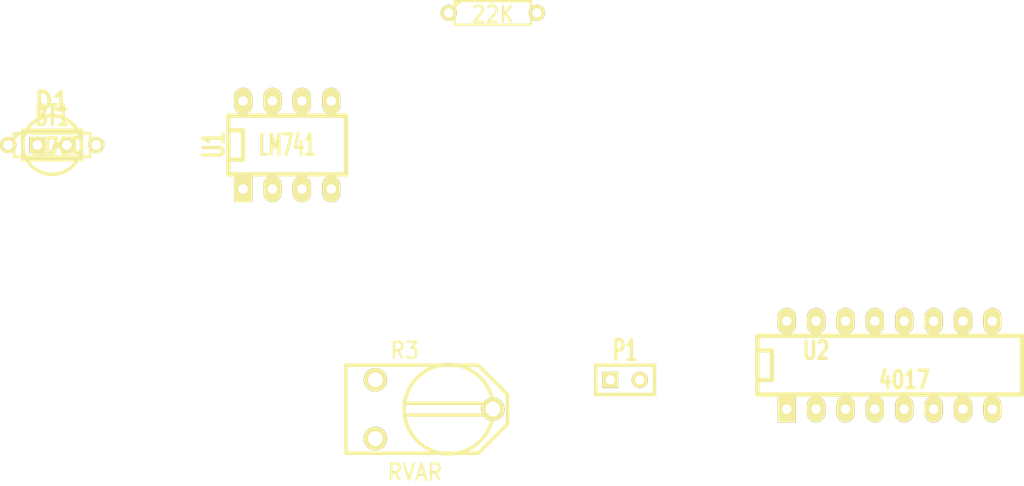
<source format=kicad_pcb>
(kicad_pcb (version 3) (host pcbnew "(2013-07-07 BZR 4022)-stable")

  (general
    (links 19)
    (no_connects 17)
    (area 0 0 0 0)
    (thickness 1.6)
    (drawings 0)
    (tracks 0)
    (zones 0)
    (modules 11)
    (nets 11)
  )

  (page A3)
  (layers
    (15 F.Cu signal)
    (0 B.Cu signal)
    (16 B.Adhes user)
    (17 F.Adhes user)
    (18 B.Paste user)
    (19 F.Paste user)
    (20 B.SilkS user)
    (21 F.SilkS user)
    (22 B.Mask user)
    (23 F.Mask user)
    (24 Dwgs.User user)
    (25 Cmts.User user)
    (26 Eco1.User user)
    (27 Eco2.User user)
    (28 Edge.Cuts user)
  )

  (setup
    (last_trace_width 0.254)
    (trace_clearance 0.254)
    (zone_clearance 0.508)
    (zone_45_only no)
    (trace_min 0.254)
    (segment_width 0.2)
    (edge_width 0.1)
    (via_size 0.889)
    (via_drill 0.635)
    (via_min_size 0.889)
    (via_min_drill 0.508)
    (uvia_size 0.508)
    (uvia_drill 0.127)
    (uvias_allowed no)
    (uvia_min_size 0.508)
    (uvia_min_drill 0.127)
    (pcb_text_width 0.3)
    (pcb_text_size 1.5 1.5)
    (mod_edge_width 0.15)
    (mod_text_size 1 1)
    (mod_text_width 0.15)
    (pad_size 1.5 1.5)
    (pad_drill 0.6)
    (pad_to_mask_clearance 0)
    (aux_axis_origin 0 0)
    (visible_elements FFFFFFBF)
    (pcbplotparams
      (layerselection 3178497)
      (usegerberextensions true)
      (excludeedgelayer true)
      (linewidth 0.010000)
      (plotframeref false)
      (viasonmask false)
      (mode 1)
      (useauxorigin false)
      (hpglpennumber 1)
      (hpglpenspeed 20)
      (hpglpendiameter 15)
      (hpglpenoverlay 2)
      (psnegative false)
      (psa4output false)
      (plotreference true)
      (plotvalue true)
      (plotothertext true)
      (plotinvisibletext false)
      (padsonsilk false)
      (subtractmaskfromsilk false)
      (outputformat 1)
      (mirror false)
      (drillshape 1)
      (scaleselection 1)
      (outputdirectory ""))
  )

  (net 0 "")
  (net 1 N-000001)
  (net 2 N-0000010)
  (net 3 N-0000012)
  (net 4 N-0000013)
  (net 5 N-0000014)
  (net 6 N-000002)
  (net 7 N-000003)
  (net 8 N-000004)
  (net 9 N-000008)
  (net 10 N-000009)

  (net_class Default "This is the default net class."
    (clearance 0.254)
    (trace_width 0.254)
    (via_dia 0.889)
    (via_drill 0.635)
    (uvia_dia 0.508)
    (uvia_drill 0.127)
    (add_net "")
    (add_net N-000001)
    (add_net N-0000010)
    (add_net N-0000012)
    (add_net N-0000013)
    (add_net N-0000014)
    (add_net N-000002)
    (add_net N-000003)
    (add_net N-000004)
    (add_net N-000008)
    (add_net N-000009)
  )

  (module SIL-2 (layer F.Cu) (tedit 200000) (tstamp 5A57CD08)
    (at 82.55 62.23)
    (descr "Connecteurs 2 pins")
    (tags "CONN DEV")
    (path /5A577069)
    (fp_text reference P1 (at 0 -2.54) (layer F.SilkS)
      (effects (font (size 1.72974 1.08712) (thickness 0.3048)))
    )
    (fp_text value CONN_2 (at 0 -2.54) (layer F.SilkS) hide
      (effects (font (size 1.524 1.016) (thickness 0.3048)))
    )
    (fp_line (start -2.54 1.27) (end -2.54 -1.27) (layer F.SilkS) (width 0.3048))
    (fp_line (start -2.54 -1.27) (end 2.54 -1.27) (layer F.SilkS) (width 0.3048))
    (fp_line (start 2.54 -1.27) (end 2.54 1.27) (layer F.SilkS) (width 0.3048))
    (fp_line (start 2.54 1.27) (end -2.54 1.27) (layer F.SilkS) (width 0.3048))
    (pad 1 thru_hole rect (at -1.27 0) (size 1.397 1.397) (drill 0.8128)
      (layers *.Cu *.Mask F.SilkS)
      (net 9 N-000008)
    )
    (pad 2 thru_hole circle (at 1.27 0) (size 1.397 1.397) (drill 0.8128)
      (layers *.Cu *.Mask F.SilkS)
      (net 6 N-000002)
    )
  )

  (module SIL-2 (layer F.Cu) (tedit 200000) (tstamp 5A57CD12)
    (at 33.02 41.91)
    (descr "Connecteurs 2 pins")
    (tags "CONN DEV")
    (path /5A577091)
    (fp_text reference BT1 (at 0 -2.54) (layer F.SilkS)
      (effects (font (size 1.72974 1.08712) (thickness 0.3048)))
    )
    (fp_text value BATTERY (at 0 -2.54) (layer F.SilkS) hide
      (effects (font (size 1.524 1.016) (thickness 0.3048)))
    )
    (fp_line (start -2.54 1.27) (end -2.54 -1.27) (layer F.SilkS) (width 0.3048))
    (fp_line (start -2.54 -1.27) (end 2.54 -1.27) (layer F.SilkS) (width 0.3048))
    (fp_line (start 2.54 -1.27) (end 2.54 1.27) (layer F.SilkS) (width 0.3048))
    (fp_line (start 2.54 1.27) (end -2.54 1.27) (layer F.SilkS) (width 0.3048))
    (pad 1 thru_hole rect (at -1.27 0) (size 1.397 1.397) (drill 0.8128)
      (layers *.Cu *.Mask F.SilkS)
      (net 4 N-0000013)
    )
    (pad 2 thru_hole circle (at 1.27 0) (size 1.397 1.397) (drill 0.8128)
      (layers *.Cu *.Mask F.SilkS)
      (net 6 N-000002)
    )
  )

  (module RV2X4 (layer F.Cu) (tedit 200000) (tstamp 5A57CD24)
    (at 66.04 64.77)
    (descr "Resistance variable / Potentiometre")
    (tags R)
    (path /5A576FFE)
    (fp_text reference R3 (at -2.54 -5.08) (layer F.SilkS)
      (effects (font (size 1.397 1.27) (thickness 0.2032)))
    )
    (fp_text value RVAR (at -1.651 5.461) (layer F.SilkS)
      (effects (font (size 1.397 1.27) (thickness 0.2032)))
    )
    (fp_line (start -7.62 -3.81) (end 3.81 -3.81) (layer F.SilkS) (width 0.3048))
    (fp_line (start 3.81 -3.81) (end 6.35 -1.27) (layer F.SilkS) (width 0.3048))
    (fp_line (start 6.35 -1.27) (end 6.35 1.27) (layer F.SilkS) (width 0.3048))
    (fp_line (start 6.35 1.27) (end 3.81 3.81) (layer F.SilkS) (width 0.3048))
    (fp_line (start 3.81 3.81) (end -7.62 3.81) (layer F.SilkS) (width 0.3048))
    (fp_line (start -7.62 3.81) (end -7.62 -3.81) (layer F.SilkS) (width 0.3048))
    (fp_line (start 0.762 -3.81) (end 1.905 -3.81) (layer F.SilkS) (width 0.3048))
    (fp_line (start 1.651 3.81) (end 0.762 3.81) (layer F.SilkS) (width 0.3048))
    (fp_line (start -2.54 -0.508) (end 4.953 -0.508) (layer F.SilkS) (width 0.3048))
    (fp_line (start -2.54 0.508) (end 4.953 0.508) (layer F.SilkS) (width 0.3048))
    (fp_circle (center 1.27 0) (end -2.54 -0.635) (layer F.SilkS) (width 0.3048))
    (pad 1 thru_hole circle (at -5.08 -2.54) (size 2.032 2.032) (drill 1.27)
      (layers *.Cu *.Mask F.SilkS)
      (net 8 N-000004)
    )
    (pad 2 thru_hole circle (at 5.08 0) (size 2.032 2.032) (drill 1.27)
      (layers *.Cu *.Mask F.SilkS)
      (net 1 N-000001)
    )
    (pad 3 thru_hole circle (at -5.08 2.54) (size 2.032 2.032) (drill 1.27)
      (layers *.Cu *.Mask F.SilkS)
    )
    (model discret/adjustable_rx2v4.wrl
      (at (xyz 0 0 0))
      (scale (xyz 1 1 1))
      (rotate (xyz 0 0 0))
    )
  )

  (module R3 (layer F.Cu) (tedit 4E4C0E65) (tstamp 5A57CD32)
    (at 71.12 30.48)
    (descr "Resitance 3 pas")
    (tags R)
    (path /5A576FB7)
    (autoplace_cost180 10)
    (fp_text reference R1 (at 0 0.127) (layer F.SilkS) hide
      (effects (font (size 1.397 1.27) (thickness 0.2032)))
    )
    (fp_text value 22K (at 0 0.127) (layer F.SilkS)
      (effects (font (size 1.397 1.27) (thickness 0.2032)))
    )
    (fp_line (start -3.81 0) (end -3.302 0) (layer F.SilkS) (width 0.2032))
    (fp_line (start 3.81 0) (end 3.302 0) (layer F.SilkS) (width 0.2032))
    (fp_line (start 3.302 0) (end 3.302 -1.016) (layer F.SilkS) (width 0.2032))
    (fp_line (start 3.302 -1.016) (end -3.302 -1.016) (layer F.SilkS) (width 0.2032))
    (fp_line (start -3.302 -1.016) (end -3.302 1.016) (layer F.SilkS) (width 0.2032))
    (fp_line (start -3.302 1.016) (end 3.302 1.016) (layer F.SilkS) (width 0.2032))
    (fp_line (start 3.302 1.016) (end 3.302 0) (layer F.SilkS) (width 0.2032))
    (fp_line (start -3.302 -0.508) (end -2.794 -1.016) (layer F.SilkS) (width 0.2032))
    (pad 1 thru_hole circle (at -3.81 0) (size 1.397 1.397) (drill 0.8128)
      (layers *.Cu *.Mask F.SilkS)
      (net 4 N-0000013)
    )
    (pad 2 thru_hole circle (at 3.81 0) (size 1.397 1.397) (drill 0.8128)
      (layers *.Cu *.Mask F.SilkS)
      (net 9 N-000008)
    )
    (model discret/resistor.wrl
      (at (xyz 0 0 0))
      (scale (xyz 0.3 0.3 0.3))
      (rotate (xyz 0 0 0))
    )
  )

  (module R3 (layer F.Cu) (tedit 4E4C0E65) (tstamp 5A57CD40)
    (at 33.02 41.91)
    (descr "Resitance 3 pas")
    (tags R)
    (path /5A576FC6)
    (autoplace_cost180 10)
    (fp_text reference R2 (at 0 0.127) (layer F.SilkS) hide
      (effects (font (size 1.397 1.27) (thickness 0.2032)))
    )
    (fp_text value 1K (at 0 0.127) (layer F.SilkS)
      (effects (font (size 1.397 1.27) (thickness 0.2032)))
    )
    (fp_line (start -3.81 0) (end -3.302 0) (layer F.SilkS) (width 0.2032))
    (fp_line (start 3.81 0) (end 3.302 0) (layer F.SilkS) (width 0.2032))
    (fp_line (start 3.302 0) (end 3.302 -1.016) (layer F.SilkS) (width 0.2032))
    (fp_line (start 3.302 -1.016) (end -3.302 -1.016) (layer F.SilkS) (width 0.2032))
    (fp_line (start -3.302 -1.016) (end -3.302 1.016) (layer F.SilkS) (width 0.2032))
    (fp_line (start -3.302 1.016) (end 3.302 1.016) (layer F.SilkS) (width 0.2032))
    (fp_line (start 3.302 1.016) (end 3.302 0) (layer F.SilkS) (width 0.2032))
    (fp_line (start -3.302 -0.508) (end -2.794 -1.016) (layer F.SilkS) (width 0.2032))
    (pad 1 thru_hole circle (at -3.81 0) (size 1.397 1.397) (drill 0.8128)
      (layers *.Cu *.Mask F.SilkS)
      (net 4 N-0000013)
    )
    (pad 2 thru_hole circle (at 3.81 0) (size 1.397 1.397) (drill 0.8128)
      (layers *.Cu *.Mask F.SilkS)
      (net 8 N-000004)
    )
    (model discret/resistor.wrl
      (at (xyz 0 0 0))
      (scale (xyz 0.3 0.3 0.3))
      (rotate (xyz 0 0 0))
    )
  )

  (module R3 (layer F.Cu) (tedit 4E4C0E65) (tstamp 5A57CD4E)
    (at 33.02 41.91)
    (descr "Resitance 3 pas")
    (tags R)
    (path /5A576FD8)
    (autoplace_cost180 10)
    (fp_text reference R4 (at 0 0.127) (layer F.SilkS) hide
      (effects (font (size 1.397 1.27) (thickness 0.2032)))
    )
    (fp_text value 470 (at 0 0.127) (layer F.SilkS)
      (effects (font (size 1.397 1.27) (thickness 0.2032)))
    )
    (fp_line (start -3.81 0) (end -3.302 0) (layer F.SilkS) (width 0.2032))
    (fp_line (start 3.81 0) (end 3.302 0) (layer F.SilkS) (width 0.2032))
    (fp_line (start 3.302 0) (end 3.302 -1.016) (layer F.SilkS) (width 0.2032))
    (fp_line (start 3.302 -1.016) (end -3.302 -1.016) (layer F.SilkS) (width 0.2032))
    (fp_line (start -3.302 -1.016) (end -3.302 1.016) (layer F.SilkS) (width 0.2032))
    (fp_line (start -3.302 1.016) (end 3.302 1.016) (layer F.SilkS) (width 0.2032))
    (fp_line (start 3.302 1.016) (end 3.302 0) (layer F.SilkS) (width 0.2032))
    (fp_line (start -3.302 -0.508) (end -2.794 -1.016) (layer F.SilkS) (width 0.2032))
    (pad 1 thru_hole circle (at -3.81 0) (size 1.397 1.397) (drill 0.8128)
      (layers *.Cu *.Mask F.SilkS)
      (net 1 N-000001)
    )
    (pad 2 thru_hole circle (at 3.81 0) (size 1.397 1.397) (drill 0.8128)
      (layers *.Cu *.Mask F.SilkS)
      (net 6 N-000002)
    )
    (model discret/resistor.wrl
      (at (xyz 0 0 0))
      (scale (xyz 0.3 0.3 0.3))
      (rotate (xyz 0 0 0))
    )
  )

  (module R3 (layer F.Cu) (tedit 4E4C0E65) (tstamp 5A57CD5C)
    (at 33.02 41.91)
    (descr "Resitance 3 pas")
    (tags R)
    (path /5A576FEF)
    (autoplace_cost180 10)
    (fp_text reference R5 (at 0 0.127) (layer F.SilkS) hide
      (effects (font (size 1.397 1.27) (thickness 0.2032)))
    )
    (fp_text value 10K (at 0 0.127) (layer F.SilkS)
      (effects (font (size 1.397 1.27) (thickness 0.2032)))
    )
    (fp_line (start -3.81 0) (end -3.302 0) (layer F.SilkS) (width 0.2032))
    (fp_line (start 3.81 0) (end 3.302 0) (layer F.SilkS) (width 0.2032))
    (fp_line (start 3.302 0) (end 3.302 -1.016) (layer F.SilkS) (width 0.2032))
    (fp_line (start 3.302 -1.016) (end -3.302 -1.016) (layer F.SilkS) (width 0.2032))
    (fp_line (start -3.302 -1.016) (end -3.302 1.016) (layer F.SilkS) (width 0.2032))
    (fp_line (start -3.302 1.016) (end 3.302 1.016) (layer F.SilkS) (width 0.2032))
    (fp_line (start 3.302 1.016) (end 3.302 0) (layer F.SilkS) (width 0.2032))
    (fp_line (start -3.302 -0.508) (end -2.794 -1.016) (layer F.SilkS) (width 0.2032))
    (pad 1 thru_hole circle (at -3.81 0) (size 1.397 1.397) (drill 0.8128)
      (layers *.Cu *.Mask F.SilkS)
      (net 5 N-0000014)
    )
    (pad 2 thru_hole circle (at 3.81 0) (size 1.397 1.397) (drill 0.8128)
      (layers *.Cu *.Mask F.SilkS)
      (net 6 N-000002)
    )
    (model discret/resistor.wrl
      (at (xyz 0 0 0))
      (scale (xyz 0.3 0.3 0.3))
      (rotate (xyz 0 0 0))
    )
  )

  (module R3 (layer F.Cu) (tedit 4E4C0E65) (tstamp 5A57CD6A)
    (at 33.02 41.91)
    (descr "Resitance 3 pas")
    (tags R)
    (path /5A57700B)
    (autoplace_cost180 10)
    (fp_text reference R6 (at 0 0.127) (layer F.SilkS) hide
      (effects (font (size 1.397 1.27) (thickness 0.2032)))
    )
    (fp_text value 470 (at 0 0.127) (layer F.SilkS)
      (effects (font (size 1.397 1.27) (thickness 0.2032)))
    )
    (fp_line (start -3.81 0) (end -3.302 0) (layer F.SilkS) (width 0.2032))
    (fp_line (start 3.81 0) (end 3.302 0) (layer F.SilkS) (width 0.2032))
    (fp_line (start 3.302 0) (end 3.302 -1.016) (layer F.SilkS) (width 0.2032))
    (fp_line (start 3.302 -1.016) (end -3.302 -1.016) (layer F.SilkS) (width 0.2032))
    (fp_line (start -3.302 -1.016) (end -3.302 1.016) (layer F.SilkS) (width 0.2032))
    (fp_line (start -3.302 1.016) (end 3.302 1.016) (layer F.SilkS) (width 0.2032))
    (fp_line (start 3.302 1.016) (end 3.302 0) (layer F.SilkS) (width 0.2032))
    (fp_line (start -3.302 -0.508) (end -2.794 -1.016) (layer F.SilkS) (width 0.2032))
    (pad 1 thru_hole circle (at -3.81 0) (size 1.397 1.397) (drill 0.8128)
      (layers *.Cu *.Mask F.SilkS)
      (net 10 N-000009)
    )
    (pad 2 thru_hole circle (at 3.81 0) (size 1.397 1.397) (drill 0.8128)
      (layers *.Cu *.Mask F.SilkS)
      (net 7 N-000003)
    )
    (model discret/resistor.wrl
      (at (xyz 0 0 0))
      (scale (xyz 0.3 0.3 0.3))
      (rotate (xyz 0 0 0))
    )
  )

  (module LEDV (layer F.Cu) (tedit 200000) (tstamp 5A57CD74)
    (at 33.02 41.91)
    (descr "Led verticale diam 6mm")
    (tags "LED DEV")
    (path /5A5770D2)
    (fp_text reference D1 (at 0 -3.81) (layer F.SilkS)
      (effects (font (size 1.524 1.524) (thickness 0.3048)))
    )
    (fp_text value LED (at 0 -3.81) (layer F.SilkS) hide
      (effects (font (size 1.524 1.524) (thickness 0.3048)))
    )
    (fp_circle (center 0 0) (end -2.54 0) (layer F.SilkS) (width 0.3048))
    (fp_line (start 2.54 -0.635) (end 1.905 -0.635) (layer F.SilkS) (width 0.3048))
    (fp_line (start 1.905 -0.635) (end 1.905 0.635) (layer F.SilkS) (width 0.3048))
    (fp_line (start 1.905 0.635) (end 2.54 0.635) (layer F.SilkS) (width 0.3048))
    (pad 1 thru_hole rect (at -1.27 0) (size 1.397 1.397) (drill 0.8128)
      (layers *.Cu *.Mask F.SilkS)
      (net 7 N-000003)
    )
    (pad 2 thru_hole circle (at 1.27 0) (size 1.397 1.397) (drill 0.8128)
      (layers *.Cu *.Mask F.SilkS)
      (net 6 N-000002)
    )
    (model discret/led5_vertical.wrl
      (at (xyz 0 0 0))
      (scale (xyz 1 1 1))
      (rotate (xyz 0 0 0))
    )
  )

  (module DIP-8__300_ELL (layer F.Cu) (tedit 200000) (tstamp 5A57CD87)
    (at 53.34 41.91)
    (descr "8 pins DIL package, elliptical pads")
    (tags DIL)
    (path /5A577028)
    (fp_text reference U1 (at -6.35 0 90) (layer F.SilkS)
      (effects (font (size 1.778 1.143) (thickness 0.3048)))
    )
    (fp_text value LM741 (at 0 0) (layer F.SilkS)
      (effects (font (size 1.778 1.016) (thickness 0.3048)))
    )
    (fp_line (start -5.08 -1.27) (end -3.81 -1.27) (layer F.SilkS) (width 0.381))
    (fp_line (start -3.81 -1.27) (end -3.81 1.27) (layer F.SilkS) (width 0.381))
    (fp_line (start -3.81 1.27) (end -5.08 1.27) (layer F.SilkS) (width 0.381))
    (fp_line (start -5.08 -2.54) (end 5.08 -2.54) (layer F.SilkS) (width 0.381))
    (fp_line (start 5.08 -2.54) (end 5.08 2.54) (layer F.SilkS) (width 0.381))
    (fp_line (start 5.08 2.54) (end -5.08 2.54) (layer F.SilkS) (width 0.381))
    (fp_line (start -5.08 2.54) (end -5.08 -2.54) (layer F.SilkS) (width 0.381))
    (pad 1 thru_hole rect (at -3.81 3.81) (size 1.5748 2.286) (drill 0.8128)
      (layers *.Cu *.Mask F.SilkS)
    )
    (pad 2 thru_hole oval (at -1.27 3.81) (size 1.5748 2.286) (drill 0.8128)
      (layers *.Cu *.Mask F.SilkS)
      (net 9 N-000008)
    )
    (pad 3 thru_hole oval (at 1.27 3.81) (size 1.5748 2.286) (drill 0.8128)
      (layers *.Cu *.Mask F.SilkS)
      (net 8 N-000004)
    )
    (pad 4 thru_hole oval (at 3.81 3.81) (size 1.5748 2.286) (drill 0.8128)
      (layers *.Cu *.Mask F.SilkS)
      (net 6 N-000002)
    )
    (pad 5 thru_hole oval (at 3.81 -3.81) (size 1.5748 2.286) (drill 0.8128)
      (layers *.Cu *.Mask F.SilkS)
    )
    (pad 6 thru_hole oval (at 1.27 -3.81) (size 1.5748 2.286) (drill 0.8128)
      (layers *.Cu *.Mask F.SilkS)
      (net 5 N-0000014)
    )
    (pad 7 thru_hole oval (at -1.27 -3.81) (size 1.5748 2.286) (drill 0.8128)
      (layers *.Cu *.Mask F.SilkS)
      (net 4 N-0000013)
    )
    (pad 8 thru_hole oval (at -3.81 -3.81) (size 1.5748 2.286) (drill 0.8128)
      (layers *.Cu *.Mask F.SilkS)
    )
    (model dil/dil_8.wrl
      (at (xyz 0 0 0))
      (scale (xyz 1 1 1))
      (rotate (xyz 0 0 0))
    )
  )

  (module DIP-16__300_ELL (layer F.Cu) (tedit 200000) (tstamp 5A57CDA3)
    (at 105.41 60.96)
    (descr "16 pins DIL package, elliptical pads")
    (tags DIL)
    (path /5A577016)
    (fp_text reference U2 (at -6.35 -1.27) (layer F.SilkS)
      (effects (font (size 1.524 1.143) (thickness 0.3048)))
    )
    (fp_text value 4017 (at 1.27 1.27) (layer F.SilkS)
      (effects (font (size 1.524 1.143) (thickness 0.3048)))
    )
    (fp_line (start -11.43 -1.27) (end -11.43 -1.27) (layer F.SilkS) (width 0.381))
    (fp_line (start -11.43 -1.27) (end -10.16 -1.27) (layer F.SilkS) (width 0.381))
    (fp_line (start -10.16 -1.27) (end -10.16 1.27) (layer F.SilkS) (width 0.381))
    (fp_line (start -10.16 1.27) (end -11.43 1.27) (layer F.SilkS) (width 0.381))
    (fp_line (start -11.43 -2.54) (end 11.43 -2.54) (layer F.SilkS) (width 0.381))
    (fp_line (start 11.43 -2.54) (end 11.43 2.54) (layer F.SilkS) (width 0.381))
    (fp_line (start 11.43 2.54) (end -11.43 2.54) (layer F.SilkS) (width 0.381))
    (fp_line (start -11.43 2.54) (end -11.43 -2.54) (layer F.SilkS) (width 0.381))
    (pad 1 thru_hole rect (at -8.89 3.81) (size 1.5748 2.286) (drill 0.8128)
      (layers *.Cu *.Mask F.SilkS)
    )
    (pad 2 thru_hole oval (at -6.35 3.81) (size 1.5748 2.286) (drill 0.8128)
      (layers *.Cu *.Mask F.SilkS)
    )
    (pad 3 thru_hole oval (at -3.81 3.81) (size 1.5748 2.286) (drill 0.8128)
      (layers *.Cu *.Mask F.SilkS)
      (net 10 N-000009)
    )
    (pad 4 thru_hole oval (at -1.27 3.81) (size 1.5748 2.286) (drill 0.8128)
      (layers *.Cu *.Mask F.SilkS)
      (net 2 N-0000010)
    )
    (pad 5 thru_hole oval (at 1.27 3.81) (size 1.5748 2.286) (drill 0.8128)
      (layers *.Cu *.Mask F.SilkS)
    )
    (pad 6 thru_hole oval (at 3.81 3.81) (size 1.5748 2.286) (drill 0.8128)
      (layers *.Cu *.Mask F.SilkS)
    )
    (pad 7 thru_hole oval (at 6.35 3.81) (size 1.5748 2.286) (drill 0.8128)
      (layers *.Cu *.Mask F.SilkS)
    )
    (pad 8 thru_hole oval (at 8.89 3.81) (size 1.5748 2.286) (drill 0.8128)
      (layers *.Cu *.Mask F.SilkS)
    )
    (pad 9 thru_hole oval (at 8.89 -3.81) (size 1.5748 2.286) (drill 0.8128)
      (layers *.Cu *.Mask F.SilkS)
    )
    (pad 10 thru_hole oval (at 6.35 -3.81) (size 1.5748 2.286) (drill 0.8128)
      (layers *.Cu *.Mask F.SilkS)
    )
    (pad 11 thru_hole oval (at 3.81 -3.81) (size 1.5748 2.286) (drill 0.8128)
      (layers *.Cu *.Mask F.SilkS)
    )
    (pad 12 thru_hole oval (at 1.27 -3.81) (size 1.5748 2.286) (drill 0.8128)
      (layers *.Cu *.Mask F.SilkS)
      (net 3 N-0000012)
    )
    (pad 13 thru_hole oval (at -1.27 -3.81) (size 1.5748 2.286) (drill 0.8128)
      (layers *.Cu *.Mask F.SilkS)
      (net 3 N-0000012)
    )
    (pad 14 thru_hole oval (at -3.81 -3.81) (size 1.5748 2.286) (drill 0.8128)
      (layers *.Cu *.Mask F.SilkS)
      (net 5 N-0000014)
    )
    (pad 15 thru_hole oval (at -6.35 -3.81) (size 1.5748 2.286) (drill 0.8128)
      (layers *.Cu *.Mask F.SilkS)
      (net 2 N-0000010)
    )
    (pad 16 thru_hole oval (at -8.89 -3.81) (size 1.5748 2.286) (drill 0.8128)
      (layers *.Cu *.Mask F.SilkS)
    )
    (model dil/dil_16.wrl
      (at (xyz 0 0 0))
      (scale (xyz 1 1 1))
      (rotate (xyz 0 0 0))
    )
  )

)

</source>
